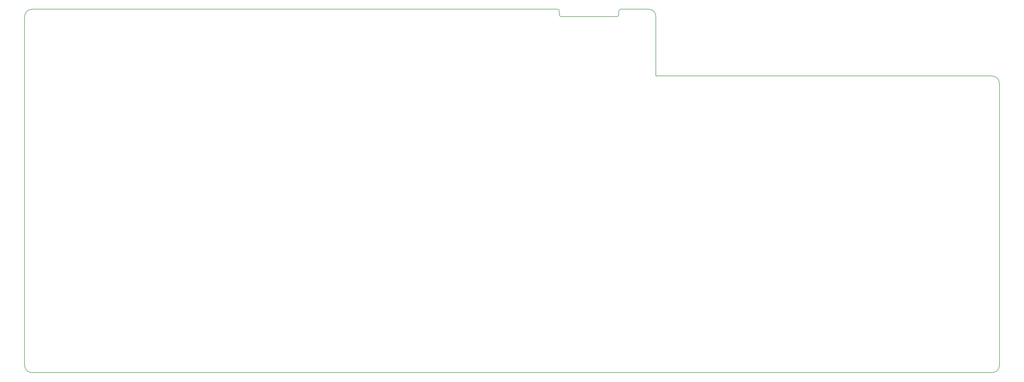
<source format=gbr>
G04 #@! TF.GenerationSoftware,KiCad,Pcbnew,(5.1.0)-1*
G04 #@! TF.CreationDate,2020-01-02T13:27:13-08:00*
G04 #@! TF.ProjectId,Omega-Keyboard,4f6d6567-612d-44b6-9579-626f6172642e,rev?*
G04 #@! TF.SameCoordinates,Original*
G04 #@! TF.FileFunction,Profile,NP*
%FSLAX46Y46*%
G04 Gerber Fmt 4.6, Leading zero omitted, Abs format (unit mm)*
G04 Created by KiCad (PCBNEW (5.1.0)-1) date 2020-01-02 13:27:13*
%MOMM*%
%LPD*%
G04 APERTURE LIST*
%ADD10C,0.150000*%
G04 APERTURE END LIST*
D10*
X246380000Y-86995000D02*
X246380000Y-88265000D01*
X226060000Y-86995000D02*
X226060000Y-88265000D01*
X225425000Y-86360000D02*
X45720000Y-86360000D01*
X247015000Y-86360000D02*
X256540000Y-86360000D01*
X245745000Y-88900000D02*
X226695000Y-88900000D01*
X247015000Y-86360000D02*
G75*
G03X246380000Y-86995000I0J-635000D01*
G01*
X226060000Y-86995000D02*
G75*
G03X225425000Y-86360000I-635000J0D01*
G01*
X245745000Y-88900000D02*
G75*
G03X246380000Y-88265000I0J635000D01*
G01*
X226060000Y-88265000D02*
G75*
G03X226695000Y-88900000I635000J0D01*
G01*
X376555000Y-111760000D02*
X376555000Y-208280000D01*
X376555000Y-111760000D02*
G75*
G03X374015000Y-109220000I-2540000J0D01*
G01*
X259080000Y-109220000D02*
X374015000Y-109220000D01*
X259080000Y-88900000D02*
X259080000Y-109220000D01*
X259080000Y-88900000D02*
G75*
G03X256540000Y-86360000I-2540000J0D01*
G01*
X43180000Y-208280000D02*
X43180000Y-88900000D01*
X374015000Y-210820000D02*
X45720000Y-210820000D01*
X374015000Y-210820000D02*
G75*
G03X376555000Y-208280000I0J2540000D01*
G01*
X45720000Y-86360000D02*
G75*
G03X43180000Y-88900000I0J-2540000D01*
G01*
X43180000Y-208280000D02*
G75*
G03X45720000Y-210820000I2540000J0D01*
G01*
M02*

</source>
